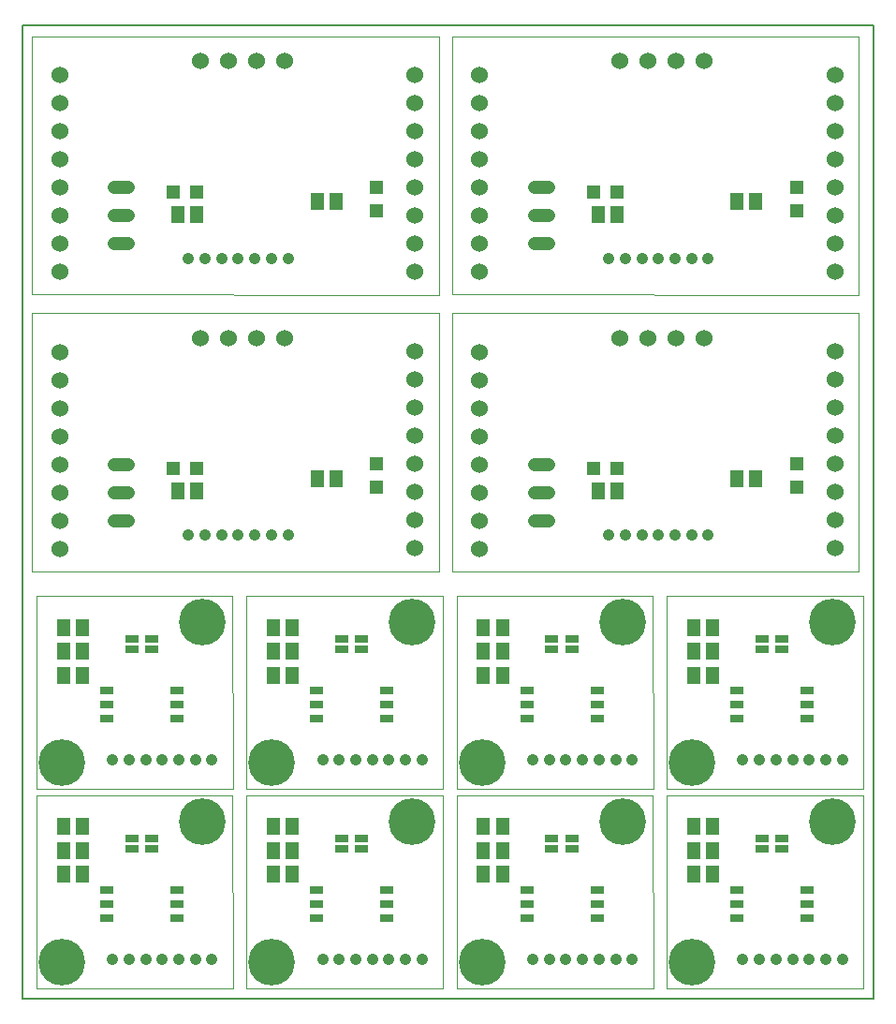
<source format=gts>
G04 EAGLE Gerber X2 export*
%TF.Part,Single*%
%TF.FileFunction,Other,Solder Mask top*%
%TF.FilePolarity,Positive*%
%TF.GenerationSoftware,Autodesk,EAGLE,9.1.1*%
%TF.CreationDate,2018-08-10T14:22:37Z*%
G75*
%MOMM*%
%FSLAX34Y34*%
%LPD*%
%AMOC8*
5,1,8,0,0,1.08239X$1,22.5*%
G01*
%ADD10C,0.152400*%
%ADD11C,0.000000*%
%ADD12C,1.050000*%
%ADD13C,1.524000*%
%ADD14R,1.300000X1.500000*%
%ADD15R,1.200000X1.200000*%
%ADD16C,1.219200*%
%ADD17R,1.300000X0.750000*%
%ADD18R,1.270000X0.635000*%
%ADD19C,4.216000*%


D10*
X0Y100000D02*
X0Y980000D01*
X770000Y980000D01*
X770000Y100000D01*
X0Y100000D01*
D11*
X8908Y736480D02*
X376700Y736226D01*
X376700Y969654D01*
X8908Y969400D01*
X8908Y736480D01*
X388908Y736480D02*
X756700Y736226D01*
X756700Y969654D01*
X388908Y969400D01*
X388908Y736480D01*
X190700Y109500D02*
X12700Y109500D01*
X190700Y109500D02*
X190300Y284000D01*
X12700Y284000D01*
X12700Y109500D01*
X202700Y109500D02*
X380700Y109500D01*
X380300Y284000D01*
X202700Y284000D01*
X202700Y109500D01*
X392700Y109500D02*
X570700Y109500D01*
X570300Y284000D01*
X392700Y284000D01*
X392700Y109500D01*
X582700Y109500D02*
X760700Y109500D01*
X760300Y284000D01*
X582700Y284000D01*
X582700Y109500D01*
X190700Y289500D02*
X12700Y289500D01*
X190700Y289500D02*
X190300Y464000D01*
X12700Y464000D01*
X12700Y289500D01*
X202700Y289500D02*
X380700Y289500D01*
X380300Y464000D01*
X202700Y464000D01*
X202700Y289500D01*
X392700Y289500D02*
X570700Y289500D01*
X570300Y464000D01*
X392700Y464000D01*
X392700Y289500D01*
X582700Y289500D02*
X760700Y289500D01*
X760300Y464000D01*
X582700Y464000D01*
X582700Y289500D01*
X376700Y486226D02*
X8908Y486480D01*
X376700Y486226D02*
X376700Y719654D01*
X8908Y719400D01*
X8908Y486480D01*
X388908Y486480D02*
X756700Y486226D01*
X756700Y719654D01*
X388908Y719400D01*
X388908Y486480D01*
D12*
X150400Y769200D03*
X165400Y769200D03*
X180400Y769200D03*
X195400Y769200D03*
X210400Y769200D03*
X225400Y769200D03*
X240400Y769200D03*
D13*
X237000Y947300D03*
X211600Y947300D03*
X186200Y947300D03*
X160800Y947300D03*
X355110Y757054D03*
X355110Y782454D03*
X355110Y807854D03*
X355110Y833254D03*
X355110Y858654D03*
X355110Y884054D03*
X355110Y909454D03*
X355110Y934854D03*
X33800Y756800D03*
X33800Y782200D03*
X33800Y807600D03*
X33800Y833000D03*
X33800Y858400D03*
X33800Y883800D03*
X33800Y909200D03*
X33800Y934600D03*
D14*
X140616Y808616D03*
X157616Y808616D03*
D15*
X157584Y829444D03*
X136584Y829444D03*
D14*
X266600Y820300D03*
X283600Y820300D03*
D15*
X320058Y812086D03*
X320058Y833086D03*
D16*
X95776Y833000D02*
X83584Y833000D01*
X83584Y807600D02*
X95776Y807600D01*
X95776Y782200D02*
X83584Y782200D01*
D12*
X530400Y769200D03*
X545400Y769200D03*
X560400Y769200D03*
X575400Y769200D03*
X590400Y769200D03*
X605400Y769200D03*
X620400Y769200D03*
D13*
X617000Y947300D03*
X591600Y947300D03*
X566200Y947300D03*
X540800Y947300D03*
X735110Y757054D03*
X735110Y782454D03*
X735110Y807854D03*
X735110Y833254D03*
X735110Y858654D03*
X735110Y884054D03*
X735110Y909454D03*
X735110Y934854D03*
X413800Y756800D03*
X413800Y782200D03*
X413800Y807600D03*
X413800Y833000D03*
X413800Y858400D03*
X413800Y883800D03*
X413800Y909200D03*
X413800Y934600D03*
D14*
X520616Y808616D03*
X537616Y808616D03*
D15*
X537584Y829444D03*
X516584Y829444D03*
D14*
X646600Y820300D03*
X663600Y820300D03*
D15*
X700058Y812086D03*
X700058Y833086D03*
D16*
X475776Y833000D02*
X463584Y833000D01*
X463584Y807600D02*
X475776Y807600D01*
X475776Y782200D02*
X463584Y782200D01*
D12*
X171690Y135870D03*
X156690Y135870D03*
X141690Y135870D03*
X126690Y135870D03*
X111690Y135870D03*
X96690Y135870D03*
X81690Y135870D03*
D17*
X116950Y245060D03*
X116950Y235560D03*
X98950Y245060D03*
X98950Y235560D03*
D14*
X37220Y233960D03*
X54220Y233960D03*
X37220Y212370D03*
X54220Y212370D03*
X37220Y255550D03*
X54220Y255550D03*
D18*
X76200Y198400D03*
X76200Y185700D03*
X76200Y173000D03*
X139700Y173000D03*
X139700Y185700D03*
X139700Y198400D03*
D12*
X361690Y135870D03*
X346690Y135870D03*
X331690Y135870D03*
X316690Y135870D03*
X301690Y135870D03*
X286690Y135870D03*
X271690Y135870D03*
D17*
X306950Y245060D03*
X306950Y235560D03*
X288950Y245060D03*
X288950Y235560D03*
D14*
X227220Y233960D03*
X244220Y233960D03*
X227220Y212370D03*
X244220Y212370D03*
X227220Y255550D03*
X244220Y255550D03*
D18*
X266200Y198400D03*
X266200Y185700D03*
X266200Y173000D03*
X329700Y173000D03*
X329700Y185700D03*
X329700Y198400D03*
D12*
X551690Y135870D03*
X536690Y135870D03*
X521690Y135870D03*
X506690Y135870D03*
X491690Y135870D03*
X476690Y135870D03*
X461690Y135870D03*
D17*
X496950Y245060D03*
X496950Y235560D03*
X478950Y245060D03*
X478950Y235560D03*
D14*
X417220Y233960D03*
X434220Y233960D03*
X417220Y212370D03*
X434220Y212370D03*
X417220Y255550D03*
X434220Y255550D03*
D18*
X456200Y198400D03*
X456200Y185700D03*
X456200Y173000D03*
X519700Y173000D03*
X519700Y185700D03*
X519700Y198400D03*
D12*
X741690Y135870D03*
X726690Y135870D03*
X711690Y135870D03*
X696690Y135870D03*
X681690Y135870D03*
X666690Y135870D03*
X651690Y135870D03*
D17*
X686950Y245060D03*
X686950Y235560D03*
X668950Y245060D03*
X668950Y235560D03*
D14*
X607220Y233960D03*
X624220Y233960D03*
X607220Y212370D03*
X624220Y212370D03*
X607220Y255550D03*
X624220Y255550D03*
D18*
X646200Y198400D03*
X646200Y185700D03*
X646200Y173000D03*
X709700Y173000D03*
X709700Y185700D03*
X709700Y198400D03*
D12*
X171690Y315870D03*
X156690Y315870D03*
X141690Y315870D03*
X126690Y315870D03*
X111690Y315870D03*
X96690Y315870D03*
X81690Y315870D03*
D17*
X116950Y425060D03*
X116950Y415560D03*
X98950Y425060D03*
X98950Y415560D03*
D14*
X37220Y413960D03*
X54220Y413960D03*
X37220Y392370D03*
X54220Y392370D03*
X37220Y435550D03*
X54220Y435550D03*
D18*
X76200Y378400D03*
X76200Y365700D03*
X76200Y353000D03*
X139700Y353000D03*
X139700Y365700D03*
X139700Y378400D03*
D12*
X361690Y315870D03*
X346690Y315870D03*
X331690Y315870D03*
X316690Y315870D03*
X301690Y315870D03*
X286690Y315870D03*
X271690Y315870D03*
D17*
X306950Y425060D03*
X306950Y415560D03*
X288950Y425060D03*
X288950Y415560D03*
D14*
X227220Y413960D03*
X244220Y413960D03*
X227220Y392370D03*
X244220Y392370D03*
X227220Y435550D03*
X244220Y435550D03*
D18*
X266200Y378400D03*
X266200Y365700D03*
X266200Y353000D03*
X329700Y353000D03*
X329700Y365700D03*
X329700Y378400D03*
D12*
X551690Y315870D03*
X536690Y315870D03*
X521690Y315870D03*
X506690Y315870D03*
X491690Y315870D03*
X476690Y315870D03*
X461690Y315870D03*
D17*
X496950Y425060D03*
X496950Y415560D03*
X478950Y425060D03*
X478950Y415560D03*
D14*
X417220Y413960D03*
X434220Y413960D03*
X417220Y392370D03*
X434220Y392370D03*
X417220Y435550D03*
X434220Y435550D03*
D18*
X456200Y378400D03*
X456200Y365700D03*
X456200Y353000D03*
X519700Y353000D03*
X519700Y365700D03*
X519700Y378400D03*
D12*
X741690Y315870D03*
X726690Y315870D03*
X711690Y315870D03*
X696690Y315870D03*
X681690Y315870D03*
X666690Y315870D03*
X651690Y315870D03*
D17*
X686950Y425060D03*
X686950Y415560D03*
X668950Y425060D03*
X668950Y415560D03*
D14*
X607220Y413960D03*
X624220Y413960D03*
X607220Y392370D03*
X624220Y392370D03*
X607220Y435550D03*
X624220Y435550D03*
D18*
X646200Y378400D03*
X646200Y365700D03*
X646200Y353000D03*
X709700Y353000D03*
X709700Y365700D03*
X709700Y378400D03*
D12*
X150400Y519200D03*
X165400Y519200D03*
X180400Y519200D03*
X195400Y519200D03*
X210400Y519200D03*
X225400Y519200D03*
X240400Y519200D03*
D13*
X237000Y697300D03*
X211600Y697300D03*
X186200Y697300D03*
X160800Y697300D03*
X355110Y507054D03*
X355110Y532454D03*
X355110Y557854D03*
X355110Y583254D03*
X355110Y608654D03*
X355110Y634054D03*
X355110Y659454D03*
X355110Y684854D03*
X33800Y506800D03*
X33800Y532200D03*
X33800Y557600D03*
X33800Y583000D03*
X33800Y608400D03*
X33800Y633800D03*
X33800Y659200D03*
X33800Y684600D03*
D14*
X140616Y558616D03*
X157616Y558616D03*
D15*
X157584Y579444D03*
X136584Y579444D03*
D14*
X266600Y570300D03*
X283600Y570300D03*
D15*
X320058Y562086D03*
X320058Y583086D03*
D16*
X95776Y583000D02*
X83584Y583000D01*
X83584Y557600D02*
X95776Y557600D01*
X95776Y532200D02*
X83584Y532200D01*
D12*
X530400Y519200D03*
X545400Y519200D03*
X560400Y519200D03*
X575400Y519200D03*
X590400Y519200D03*
X605400Y519200D03*
X620400Y519200D03*
D13*
X617000Y697300D03*
X591600Y697300D03*
X566200Y697300D03*
X540800Y697300D03*
X735110Y507054D03*
X735110Y532454D03*
X735110Y557854D03*
X735110Y583254D03*
X735110Y608654D03*
X735110Y634054D03*
X735110Y659454D03*
X735110Y684854D03*
X413800Y506800D03*
X413800Y532200D03*
X413800Y557600D03*
X413800Y583000D03*
X413800Y608400D03*
X413800Y633800D03*
X413800Y659200D03*
X413800Y684600D03*
D14*
X520616Y558616D03*
X537616Y558616D03*
D15*
X537584Y579444D03*
X516584Y579444D03*
D14*
X646600Y570300D03*
X663600Y570300D03*
D15*
X700058Y562086D03*
X700058Y583086D03*
D16*
X475776Y583000D02*
X463584Y583000D01*
X463584Y557600D02*
X475776Y557600D01*
X475776Y532200D02*
X463584Y532200D01*
D19*
X35806Y133366D03*
X162806Y260366D03*
X225806Y133366D03*
X352806Y260366D03*
X415806Y133366D03*
X542806Y260366D03*
X605806Y133366D03*
X732806Y260366D03*
X35806Y313366D03*
X162806Y440366D03*
X225806Y313366D03*
X352806Y440366D03*
X415806Y313366D03*
X542806Y440366D03*
X605806Y313366D03*
X732806Y440366D03*
M02*

</source>
